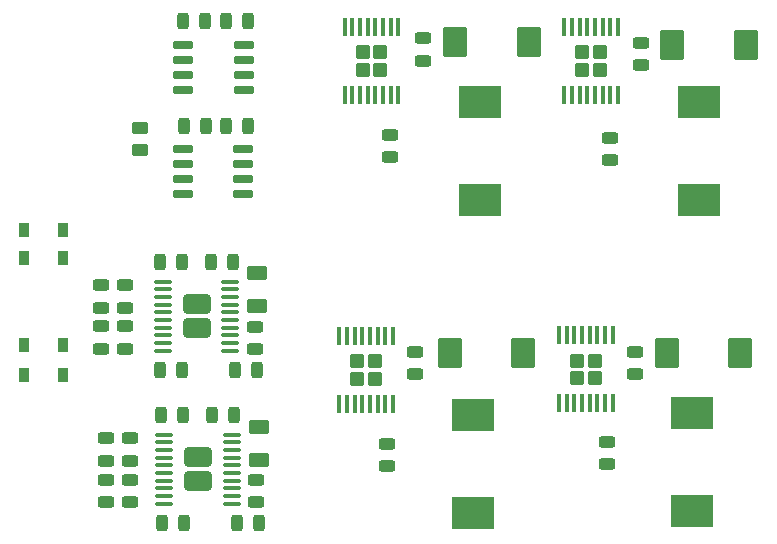
<source format=gbr>
G04 #@! TF.GenerationSoftware,KiCad,Pcbnew,(6.0.8)*
G04 #@! TF.CreationDate,2022-10-24T22:40:05+02:00*
G04 #@! TF.ProjectId,pcdu,70636475-2e6b-4696-9361-645f70636258,rev?*
G04 #@! TF.SameCoordinates,Original*
G04 #@! TF.FileFunction,Paste,Bot*
G04 #@! TF.FilePolarity,Positive*
%FSLAX46Y46*%
G04 Gerber Fmt 4.6, Leading zero omitted, Abs format (unit mm)*
G04 Created by KiCad (PCBNEW (6.0.8)) date 2022-10-24 22:40:05*
%MOMM*%
%LPD*%
G01*
G04 APERTURE LIST*
G04 Aperture macros list*
%AMRoundRect*
0 Rectangle with rounded corners*
0 $1 Rounding radius*
0 $2 $3 $4 $5 $6 $7 $8 $9 X,Y pos of 4 corners*
0 Add a 4 corners polygon primitive as box body*
4,1,4,$2,$3,$4,$5,$6,$7,$8,$9,$2,$3,0*
0 Add four circle primitives for the rounded corners*
1,1,$1+$1,$2,$3*
1,1,$1+$1,$4,$5*
1,1,$1+$1,$6,$7*
1,1,$1+$1,$8,$9*
0 Add four rect primitives between the rounded corners*
20,1,$1+$1,$2,$3,$4,$5,0*
20,1,$1+$1,$4,$5,$6,$7,0*
20,1,$1+$1,$6,$7,$8,$9,0*
20,1,$1+$1,$8,$9,$2,$3,0*%
G04 Aperture macros list end*
%ADD10R,0.900000X1.200000*%
%ADD11RoundRect,0.250001X0.899999X0.554999X-0.899999X0.554999X-0.899999X-0.554999X0.899999X-0.554999X0*%
%ADD12RoundRect,0.100000X0.637500X0.100000X-0.637500X0.100000X-0.637500X-0.100000X0.637500X-0.100000X0*%
%ADD13RoundRect,0.243750X0.456250X-0.243750X0.456250X0.243750X-0.456250X0.243750X-0.456250X-0.243750X0*%
%ADD14RoundRect,0.243750X-0.456250X0.243750X-0.456250X-0.243750X0.456250X-0.243750X0.456250X0.243750X0*%
%ADD15RoundRect,0.243750X-0.243750X-0.456250X0.243750X-0.456250X0.243750X0.456250X-0.243750X0.456250X0*%
%ADD16RoundRect,0.243750X0.243750X0.456250X-0.243750X0.456250X-0.243750X-0.456250X0.243750X-0.456250X0*%
%ADD17R,3.600000X2.700000*%
%ADD18RoundRect,0.250000X0.625000X-0.375000X0.625000X0.375000X-0.625000X0.375000X-0.625000X-0.375000X0*%
%ADD19RoundRect,0.250001X0.354999X-0.354999X0.354999X0.354999X-0.354999X0.354999X-0.354999X-0.354999X0*%
%ADD20RoundRect,0.100000X0.100000X-0.675000X0.100000X0.675000X-0.100000X0.675000X-0.100000X-0.675000X0*%
%ADD21RoundRect,0.150000X-0.725000X-0.150000X0.725000X-0.150000X0.725000X0.150000X-0.725000X0.150000X0*%
%ADD22RoundRect,0.250000X-0.787500X-1.025000X0.787500X-1.025000X0.787500X1.025000X-0.787500X1.025000X0*%
%ADD23RoundRect,0.250000X0.450000X-0.262500X0.450000X0.262500X-0.450000X0.262500X-0.450000X-0.262500X0*%
G04 APERTURE END LIST*
D10*
X98969583Y-93202917D03*
X102269583Y-93202917D03*
D11*
X113576083Y-97108958D03*
X113576083Y-99108958D03*
D12*
X116438583Y-95183958D03*
X116438583Y-95833958D03*
X116438583Y-96483958D03*
X116438583Y-97133958D03*
X116438583Y-97783958D03*
X116438583Y-98433958D03*
X116438583Y-99083958D03*
X116438583Y-99733958D03*
X116438583Y-100383958D03*
X116438583Y-101033958D03*
X110713583Y-101033958D03*
X110713583Y-100383958D03*
X110713583Y-99733958D03*
X110713583Y-99083958D03*
X110713583Y-98433958D03*
X110713583Y-97783958D03*
X110713583Y-97133958D03*
X110713583Y-96483958D03*
X110713583Y-95833958D03*
X110713583Y-95183958D03*
D13*
X148575000Y-84862500D03*
X148575000Y-82987500D03*
D14*
X151175000Y-74987500D03*
X151175000Y-76862500D03*
D15*
X112495500Y-82009000D03*
X114370500Y-82009000D03*
D16*
X117926500Y-82009000D03*
X116051500Y-82009000D03*
D15*
X112417000Y-73119000D03*
X114292000Y-73119000D03*
D16*
X117926500Y-73119000D03*
X116051500Y-73119000D03*
D15*
X110463583Y-102658958D03*
X112338583Y-102658958D03*
X110488583Y-93558958D03*
X112363583Y-93558958D03*
D10*
X98973983Y-90791037D03*
X102273983Y-90791037D03*
X98944583Y-100527917D03*
X102244583Y-100527917D03*
X98944583Y-103067917D03*
X102244583Y-103067917D03*
D14*
X105501083Y-95496458D03*
X105501083Y-97371458D03*
X107526083Y-95496458D03*
X107526083Y-97371458D03*
X105875000Y-108450000D03*
X105875000Y-110325000D03*
D17*
X156072000Y-79979000D03*
X156072000Y-88279000D03*
D13*
X118526083Y-100871458D03*
X118526083Y-98996458D03*
D16*
X118713583Y-102683958D03*
X116838583Y-102683958D03*
D18*
X118676083Y-97258958D03*
X118676083Y-94458958D03*
D13*
X105501083Y-100846458D03*
X105501083Y-98971458D03*
X107526083Y-100846458D03*
X107526083Y-98971458D03*
D19*
X147725000Y-75775000D03*
X147725000Y-77275000D03*
X146225000Y-77275000D03*
X146225000Y-75775000D03*
D20*
X149250000Y-79400000D03*
X148600000Y-79400000D03*
X147950000Y-79400000D03*
X147300000Y-79400000D03*
X146650000Y-79400000D03*
X146000000Y-79400000D03*
X145350000Y-79400000D03*
X144700000Y-79400000D03*
X144700000Y-73650000D03*
X145350000Y-73650000D03*
X146000000Y-73650000D03*
X146650000Y-73650000D03*
X147300000Y-73650000D03*
X147950000Y-73650000D03*
X148600000Y-73650000D03*
X149250000Y-73650000D03*
D21*
X112382000Y-87724000D03*
X112382000Y-86454000D03*
X112382000Y-85184000D03*
X112382000Y-83914000D03*
X117532000Y-83914000D03*
X117532000Y-85184000D03*
X117532000Y-86454000D03*
X117532000Y-87724000D03*
X112400000Y-78920000D03*
X112400000Y-77650000D03*
X112400000Y-76380000D03*
X112400000Y-75110000D03*
X117550000Y-75110000D03*
X117550000Y-76380000D03*
X117550000Y-77650000D03*
X117550000Y-78920000D03*
D22*
X135462500Y-74925000D03*
X141687500Y-74925000D03*
X153862500Y-75125000D03*
X160087500Y-75125000D03*
X134987500Y-101262500D03*
X141212500Y-101262500D03*
D13*
X129975000Y-84662500D03*
X129975000Y-82787500D03*
D14*
X132775000Y-74587500D03*
X132775000Y-76462500D03*
D17*
X137575000Y-79975000D03*
X137575000Y-88275000D03*
D19*
X129125000Y-77275000D03*
X127625000Y-77275000D03*
X129125000Y-75775000D03*
X127625000Y-75775000D03*
D20*
X130650000Y-79400000D03*
X130000000Y-79400000D03*
X129350000Y-79400000D03*
X128700000Y-79400000D03*
X128050000Y-79400000D03*
X127400000Y-79400000D03*
X126750000Y-79400000D03*
X126100000Y-79400000D03*
X126100000Y-73650000D03*
X126750000Y-73650000D03*
X127400000Y-73650000D03*
X128050000Y-73650000D03*
X128700000Y-73650000D03*
X129350000Y-73650000D03*
X130000000Y-73650000D03*
X130650000Y-73650000D03*
D19*
X128675000Y-103412500D03*
X128675000Y-101912500D03*
X127175000Y-101912500D03*
X127175000Y-103412500D03*
D20*
X130200000Y-105537500D03*
X129550000Y-105537500D03*
X128900000Y-105537500D03*
X128250000Y-105537500D03*
X127600000Y-105537500D03*
X126950000Y-105537500D03*
X126300000Y-105537500D03*
X125650000Y-105537500D03*
X125650000Y-99787500D03*
X126300000Y-99787500D03*
X126950000Y-99787500D03*
X127600000Y-99787500D03*
X128250000Y-99787500D03*
X128900000Y-99787500D03*
X129550000Y-99787500D03*
X130200000Y-99787500D03*
D14*
X132100000Y-101125000D03*
X132100000Y-103000000D03*
X150700000Y-101125000D03*
X150700000Y-103000000D03*
D17*
X137004800Y-106429500D03*
X137004800Y-114729500D03*
D13*
X129700000Y-110800000D03*
X129700000Y-108925000D03*
X148300000Y-110600000D03*
X148300000Y-108725000D03*
D22*
X153387500Y-101262500D03*
X159612500Y-101262500D03*
D17*
X155500000Y-106312500D03*
X155500000Y-114612500D03*
D19*
X145789000Y-103360500D03*
X145789000Y-101860500D03*
X147289000Y-103360500D03*
X147289000Y-101860500D03*
D20*
X148814000Y-105485500D03*
X148164000Y-105485500D03*
X147514000Y-105485500D03*
X146864000Y-105485500D03*
X146214000Y-105485500D03*
X145564000Y-105485500D03*
X144914000Y-105485500D03*
X144264000Y-105485500D03*
X144264000Y-99735500D03*
X144914000Y-99735500D03*
X145564000Y-99735500D03*
X146214000Y-99735500D03*
X146864000Y-99735500D03*
X147514000Y-99735500D03*
X148164000Y-99735500D03*
X148814000Y-99735500D03*
D16*
X116688583Y-93558958D03*
X114813583Y-93558958D03*
D15*
X110582083Y-106452917D03*
X112457083Y-106452917D03*
D16*
X116775083Y-106452917D03*
X114900083Y-106452917D03*
D14*
X107975000Y-108450000D03*
X107975000Y-110325000D03*
D11*
X113713583Y-112057917D03*
X113713583Y-110057917D03*
D12*
X116576083Y-108132917D03*
X116576083Y-108782917D03*
X116576083Y-109432917D03*
X116576083Y-110082917D03*
X116576083Y-110732917D03*
X116576083Y-111382917D03*
X116576083Y-112032917D03*
X116576083Y-112682917D03*
X116576083Y-113332917D03*
X116576083Y-113982917D03*
X110851083Y-113982917D03*
X110851083Y-113332917D03*
X110851083Y-112682917D03*
X110851083Y-112032917D03*
X110851083Y-111382917D03*
X110851083Y-110732917D03*
X110851083Y-110082917D03*
X110851083Y-109432917D03*
X110851083Y-108782917D03*
X110851083Y-108132917D03*
D13*
X118641583Y-113833417D03*
X118641583Y-111958417D03*
D16*
X118829083Y-115595917D03*
X116954083Y-115595917D03*
D13*
X107975000Y-113862500D03*
X107975000Y-111987500D03*
D15*
X110604083Y-115595917D03*
X112479083Y-115595917D03*
D18*
X118841583Y-110245917D03*
X118841583Y-107445917D03*
D13*
X105875000Y-113875000D03*
X105875000Y-112000000D03*
D23*
X108800000Y-84012500D03*
X108800000Y-82187500D03*
M02*

</source>
